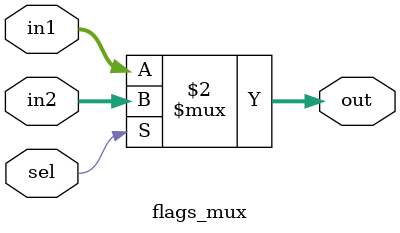
<source format=v>
module flags_mux(in1,in2,sel,out);
input [2:0] in1,in2;
input sel;
output [2:0] out;
assign out=(sel==1'b0)?in1:in2;


endmodule

</source>
